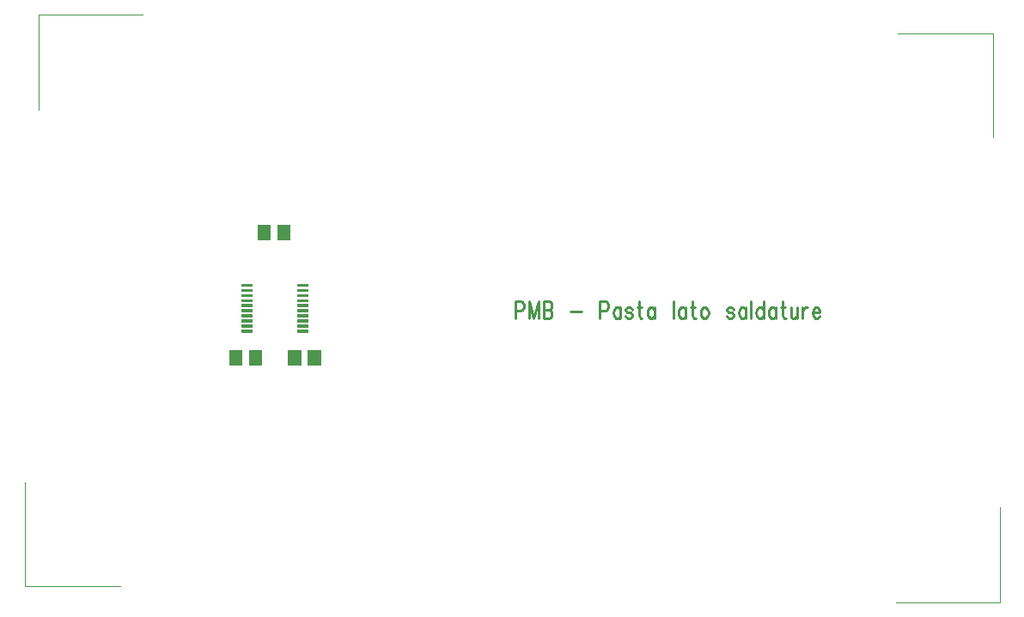
<source format=gbr>
*
*
G04 PADS Layout (Build Number 2007.65.1) generated Gerber (RS-274-X) file*
G04 PC Version=2.1*
*
%IN "P2007_0000_RBCS_RC_MAIS"*%
*
%MOIN*%
*
%FSLAX35Y35*%
*
*
*
*
G04 PC Standard Apertures*
*
*
G04 Thermal Relief Aperture macro.*
%AMTER*
1,1,$1,0,0*
1,0,$1-$2,0,0*
21,0,$3,$4,0,0,45*
21,0,$3,$4,0,0,135*
%
*
*
G04 Annular Aperture macro.*
%AMANN*
1,1,$1,0,0*
1,0,$2,0,0*
%
*
*
G04 Odd Aperture macro.*
%AMODD*
1,1,$1,0,0*
1,0,$1-0.005,0,0*
%
*
*
G04 PC Custom Aperture Macros*
*
*
*
*
*
*
G04 PC Aperture Table*
*
%ADD010C,0.01*%
%ADD040C,0.001*%
%ADD149R,0.01181X0.01181*%
%ADD156R,0.052X0.052*%
*
*
*
*
G04 PC Copper Outlines (0)*
G04 Layer Name P2007_0000_RBCS_RC_MAIS - dark (0)*
%LPD*%
*
*
G04 PC Area=Custom_Thermal*
*
G04 PC Custom Flashes*
G04 Layer Name P2007_0000_RBCS_RC_MAIS - flashes*
%LPD*%
*
*
G04 PC Circuitry*
G04 Layer Name P2007_0000_RBCS_RC_MAIS - circuitry*
%LPD*%
*
G54D10*
G01X506693Y419948D02*
Y413386D01*
Y419948D02*
X508738D01*
X509420Y419636*
X509647Y419323*
X509875Y418698*
Y417761*
X509647Y417136*
X509420Y416823*
X508738Y416511*
X506693*
X511920Y419948D02*
Y413386D01*
Y419948D02*
X513738Y413386D01*
X515557Y419948D02*
X513738Y413386D01*
X515557Y419948D02*
Y413386D01*
X517602Y419948D02*
Y413386D01*
Y419948D02*
X519647D01*
X520329Y419636*
X520557Y419323*
X520784Y418698*
Y418073*
X520557Y417448*
X520329Y417136*
X519647Y416823*
X517602D02*
X519647D01*
X520329Y416511*
X520557Y416198*
X520784Y415573*
Y414636*
X520557Y414011*
X520329Y413698*
X519647Y413386*
X517602*
X528057Y416198D02*
X532147D01*
X539420Y419948D02*
Y413386D01*
Y419948D02*
X541466D01*
X542147Y419636*
X542375Y419323*
X542602Y418698*
Y417761*
X542375Y417136*
X542147Y416823*
X541466Y416511*
X539420*
X547375Y417761D02*
Y413386D01*
Y416823D02*
X546920Y417448D01*
X546466Y417761*
X545784*
X545329Y417448*
X544875Y416823*
X544647Y415886*
Y415261*
X544875Y414323*
X545329Y413698*
X545784Y413386*
X546466*
X546920Y413698*
X547375Y414323*
X551920Y416823D02*
X551693Y417448D01*
X551011Y417761*
X550329*
X549647Y417448*
X549420Y416823*
X549647Y416198*
X550102Y415886*
X551238Y415573*
X551693Y415261*
X551920Y414636*
Y414323*
X551693Y413698*
X551011Y413386*
X550329*
X549647Y413698*
X549420Y414323*
X554647Y419948D02*
Y414636D01*
X554875Y413698*
X555329Y413386*
X555784*
X553966Y417761D02*
X555557D01*
X560557D02*
Y413386D01*
Y416823D02*
X560102Y417448D01*
X559647Y417761*
X558966*
X558511Y417448*
X558057Y416823*
X557829Y415886*
Y415261*
X558057Y414323*
X558511Y413698*
X558966Y413386*
X559647*
X560102Y413698*
X560557Y414323*
X567829Y419948D02*
Y413386D01*
X572602Y417761D02*
Y413386D01*
Y416823D02*
X572147Y417448D01*
X571693Y417761*
X571011*
X570557Y417448*
X570102Y416823*
X569875Y415886*
Y415261*
X570102Y414323*
X570557Y413698*
X571011Y413386*
X571693*
X572147Y413698*
X572602Y414323*
X575329Y419948D02*
Y414636D01*
X575557Y413698*
X576011Y413386*
X576466*
X574647Y417761D02*
X576238D01*
X579647D02*
X579193Y417448D01*
X578738Y416823*
X578511Y415886*
Y415261*
X578738Y414323*
X579193Y413698*
X579647Y413386*
X580329*
X580784Y413698*
X581238Y414323*
X581466Y415261*
Y415886*
X581238Y416823*
X580784Y417448*
X580329Y417761*
X579647*
X591238Y416823D02*
X591011Y417448D01*
X590329Y417761*
X589647*
X588966Y417448*
X588738Y416823*
X588966Y416198*
X589420Y415886*
X590557Y415573*
X591011Y415261*
X591238Y414636*
Y414323*
X591011Y413698*
X590329Y413386*
X589647*
X588966Y413698*
X588738Y414323*
X596011Y417761D02*
Y413386D01*
Y416823D02*
X595557Y417448D01*
X595102Y417761*
X594420*
X593966Y417448*
X593511Y416823*
X593284Y415886*
Y415261*
X593511Y414323*
X593966Y413698*
X594420Y413386*
X595102*
X595557Y413698*
X596011Y414323*
X598057Y419948D02*
Y413386D01*
X602829Y419948D02*
Y413386D01*
Y416823D02*
X602375Y417448D01*
X601920Y417761*
X601238*
X600784Y417448*
X600329Y416823*
X600102Y415886*
Y415261*
X600329Y414323*
X600784Y413698*
X601238Y413386*
X601920*
X602375Y413698*
X602829Y414323*
X607602Y417761D02*
Y413386D01*
Y416823D02*
X607147Y417448D01*
X606693Y417761*
X606011*
X605557Y417448*
X605102Y416823*
X604875Y415886*
Y415261*
X605102Y414323*
X605557Y413698*
X606011Y413386*
X606693*
X607147Y413698*
X607602Y414323*
X610329Y419948D02*
Y414636D01*
X610557Y413698*
X611011Y413386*
X611466*
X609647Y417761D02*
X611238D01*
X613511D02*
Y414636D01*
X613738Y413698*
X614193Y413386*
X614875*
X615329Y413698*
X616011Y414636*
Y417761D02*
Y413386D01*
X618057Y417761D02*
Y413386D01*
Y415886D02*
X618284Y416823D01*
X618738Y417448*
X619193Y417761*
X619875*
X621920Y415886D02*
X624647D01*
Y416511*
X624420Y417136*
X624193Y417448*
X623738Y417761*
X623057*
X622602Y417448*
X622147Y416823*
X621920Y415886*
Y415261*
X622147Y414323*
X622602Y413698*
X623057Y413386*
X623738*
X624193Y413698*
X624647Y414323*
G54D40*
X654331Y303150D02*
X694488D01*
Y340157*
X692126Y483858D02*
Y524016D01*
X655118*
X316142Y349606D02*
Y309449D01*
X353150*
X361811Y531496D02*
X321654D01*
Y494488*
G54D149*
X425787Y426181D02*
X422638D01*
X404134D02*
X400984D01*
X425787Y424213D02*
X422638D01*
X404134D02*
X400984D01*
X425787Y422244D02*
X422638D01*
X404134D02*
X400984D01*
X425787Y420276D02*
X422638D01*
X404134D02*
X400984D01*
X425787Y418307D02*
X422638D01*
X404134D02*
X400984D01*
X425787Y416339D02*
X422638D01*
X404134D02*
X400984D01*
X425787Y414370D02*
X422638D01*
X404134D02*
X400984D01*
X425787Y412402D02*
X422638D01*
X404134D02*
X400984D01*
X425787Y410433D02*
X422638D01*
X404134D02*
X400984D01*
X425787Y408465D02*
X422638D01*
X404134D02*
X400984D01*
G54D156*
X416792Y447250D02*
Y446450D01*
X409192Y447250D02*
Y446450D01*
X405769Y398431D02*
Y397631D01*
X398169Y398431D02*
Y397631D01*
X428603Y398431D02*
Y397631D01*
X421003Y398431D02*
Y397631D01*
X0Y0D02*
M02*

</source>
